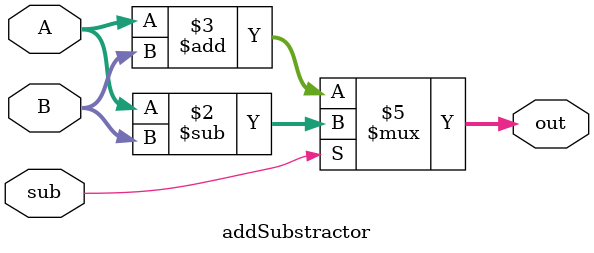
<source format=v>
module addSubstractor(sub,A, B, out);
	input sub;
	input [7:0] A, B;
	output reg [8:0] out;
	
	always @(sub or A or B)
	begin
		if(sub)
			out = A - B;
		else
			out = A + B;
	end
endmodule	
</source>
